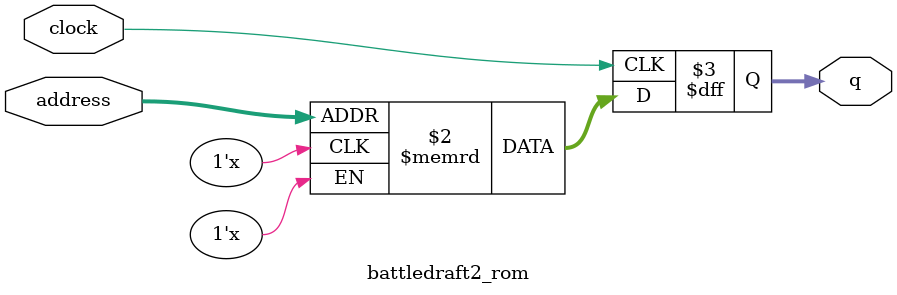
<source format=sv>
module battledraft2_rom (
	input logic clock,
	input logic [17:0] address,
	output logic [3:0] q
);

logic [3:0] memory [0:153599] /* synthesis ram_init_file = "./battledraft2/battledraft2.mif" */;

always_ff @ (posedge clock) begin
	q <= memory[address];
end

endmodule

</source>
